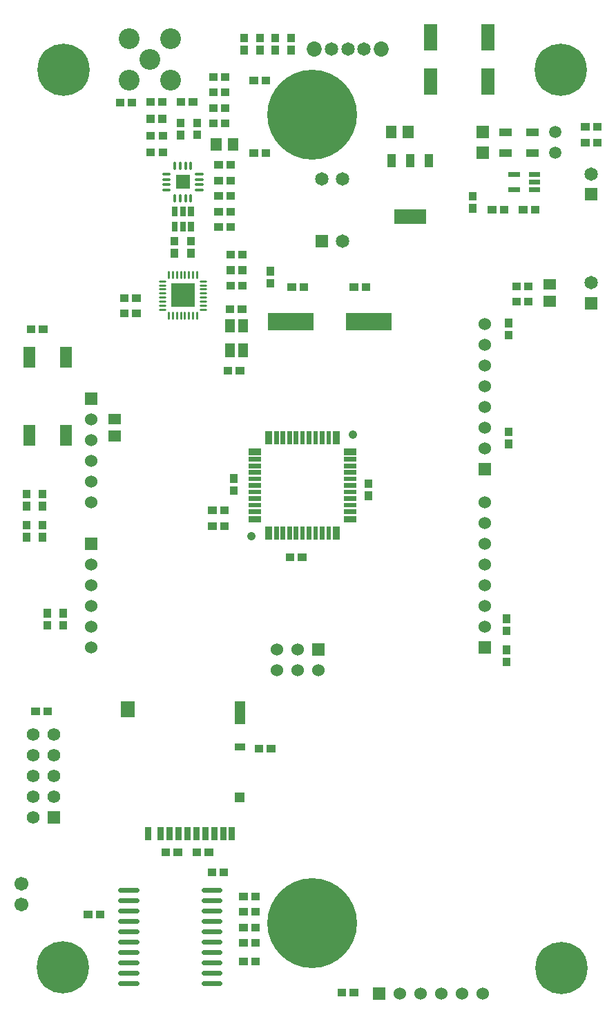
<source format=gts>
G04 CAM350 V10.0 (Build 275) Date:  Sat Sep 14 14:12:12 2013 *
G04 Database: (Untitled) *
G04 Layer 6: SABOTEN-MT.PHO *
%FSLAX25Y25*%
%MOIN*%
%SFA1.000B1.000*%

%MIA0B0*%
%IPPOS*%
%ADD13C,0.01181*%
%ADD16C,0.02362*%
%ADD25R,0.06000X0.06000*%
%ADD26C,0.06000*%
%ADD27C,0.00984*%
%ADD28R,0.11811X0.11811*%
%ADD73R,0.04728X0.04728*%
%ADD33R,0.06299X0.06299*%
%ADD41R,0.06496X0.06496*%
%ADD42C,0.06496*%
%ADD45R,0.03700X0.03700*%
%ADD46R,0.05200X0.05200*%
%ADD48C,0.06700*%
%ADD51R,0.08200X0.08200*%
%ADD53C,0.25200*%
%ADD60R,0.05906X0.05906*%
%ADD61C,0.05906*%
%ADD74C,0.10043*%
%ADD75C,0.06200*%
%ADD76R,0.06499X0.06499*%
%ADD77C,0.06499*%
%ADD78C,0.07287*%
%ADD82R,0.02362X0.02362*%
%ADD86R,0.06693X0.06693*%
%ADD87C,0.43307*%
%ADD90R,0.04200X0.04200*%
%ADD91R,0.07200X0.07200*%
%ADD92R,0.05712X0.05712*%
%ADD93R,0.03543X0.03543*%
%ADD100R,0.06200X0.06200*%
%ADD101R,0.03200X0.03200*%
%ADD102R,0.02200X0.02200*%
%ADD103C,0.04200*%
%ADD104R,0.02956X0.02956*%
%ADD105R,0.03350X0.03350*%
%ADD106R,0.04924X0.04924*%
%ADD107R,0.02700X0.02700*%
%LNSABOTEN-MT.PHO*%
%LPD*%
G54D25*
X180408Y184734D03*
X70608Y305734D03*
X260608Y271734D03*
X70608Y235734D03*
X260608Y185734D03*
X209608Y18734D03*
G54D26*
X180408Y174734D03*
X170408Y184734D03*
Y174734D03*
X160408Y184734D03*
Y174734D03*
X70608Y295734D03*
Y285734D03*
Y275734D03*
Y265734D03*
Y255734D03*
X260608Y281734D03*
Y291734D03*
Y301734D03*
Y311734D03*
Y321734D03*
Y331734D03*
Y341734D03*
X70608Y225734D03*
Y215734D03*
Y205734D03*
Y195734D03*
Y185734D03*
X260608Y195734D03*
Y205734D03*
Y215734D03*
Y225734D03*
Y235734D03*
Y245734D03*
Y255734D03*
X219608Y18734D03*
X229608D03*
X239608D03*
X249608D03*
X259608D03*
G54D28*
X114853Y355547D03*
G54D41*
X312108Y351734D03*
Y404234D03*
X182108Y381734D03*
G54D42*
X312108Y361577D03*
Y414077D03*
X192108Y381734D03*
Y411734D03*
X182108D03*
G54D48*
X37108Y71734D03*
Y61734D03*
G54D53*
X297508Y31134D03*
X57108Y31234D03*
X57208Y464334D03*
X297408Y464434D03*
G54D60*
X259588Y424234D03*
Y434234D03*
G54D61*
X294628Y424234D03*
Y434234D03*
G54D74*
X99153Y469147D03*
X89153Y459147D03*
X109153D03*
X89153Y479147D03*
X109153D03*
G54D75*
X42608Y103734D03*
X52608Y113734D03*
X42608D03*
X52608Y123734D03*
X42608D03*
X52608Y133734D03*
X42608D03*
X52608Y143734D03*
X42608D03*
G54D77*
X186734Y474234D03*
X194608D03*
X202482D03*
G54D78*
X210750D03*
X178466D03*
G54D86*
X114953Y410147D03*
G54D87*
X177408Y442634D03*
X177308Y52734D03*
G54D100*
X52608Y103734D03*
G54D103*
X197108Y288234D03*
X148108Y239234D03*
G54D106*
X142497Y113364D03*
G54D13*
X118791Y419399D02*
G01Y416643D01*
X116232Y419399D02*
G01Y416643D01*
X113673Y419399D02*
G01Y416643D01*
X111114Y419399D02*
G01Y416643D01*
X105701Y413986D02*
G01X108457D01*
X105701Y411427D02*
G01X108457D01*
X105701Y408868D02*
G01X108457D01*
X105701Y406308D02*
G01X108457D01*
X111114Y403651D02*
G01Y400895D01*
X113673Y403651D02*
G01Y400895D01*
X116232Y403651D02*
G01Y400895D01*
X118791Y403651D02*
G01Y400895D01*
X121449Y406308D02*
G01X124205D01*
X121449Y408868D02*
G01X124205D01*
X121449Y411427D02*
G01X124205D01*
X121449Y413986D02*
G01X124205D01*
G54D16*
X84792Y68734D02*
G01X92666D01*
X84792Y63734D02*
G01X92666D01*
X84792Y58734D02*
G01X92666D01*
X84792Y53734D02*
G01X92666D01*
X84792Y48734D02*
G01X92666D01*
X84792Y43734D02*
G01X92666D01*
X84792Y38734D02*
G01X92666D01*
X84792Y33734D02*
G01X92666D01*
X84792Y28734D02*
G01X92666D01*
X84792Y23734D02*
G01X92666D01*
X124950D02*
G01X132824D01*
X124950Y28734D02*
G01X132824D01*
X124950Y33734D02*
G01X132824D01*
X124950Y38734D02*
G01X132824D01*
X124950Y43734D02*
G01X132824D01*
X124950Y48734D02*
G01X132824D01*
X124950Y53734D02*
G01X132824D01*
X124950Y58734D02*
G01X132824D01*
X124950Y63734D02*
G01X132824D01*
X124950Y68734D02*
G01X132824D01*
G54D27*
X121743Y366866D02*
G01Y363913D01*
X119774Y366866D02*
G01Y363913D01*
X117806Y366866D02*
G01Y363913D01*
X115837Y366866D02*
G01Y363913D01*
X113869Y366866D02*
G01Y363913D01*
X111900Y366866D02*
G01Y363913D01*
X109932Y366866D02*
G01Y363913D01*
X107963Y366866D02*
G01Y363913D01*
X103534Y362437D02*
G01X106486D01*
X103534Y360468D02*
G01X106486D01*
X103534Y358500D02*
G01X106486D01*
X103534Y356531D02*
G01X106486D01*
X103534Y354563D02*
G01X106486D01*
X103534Y352594D02*
G01X106486D01*
X103534Y350626D02*
G01X106486D01*
X103534Y348657D02*
G01X106486D01*
X107963Y347181D02*
G01Y344228D01*
X109932Y347181D02*
G01Y344228D01*
X111900Y347181D02*
G01Y344228D01*
X113869Y347181D02*
G01Y344228D01*
X115837Y347181D02*
G01Y344228D01*
X117806Y347181D02*
G01Y344228D01*
X119774Y347181D02*
G01Y344228D01*
X121743Y347181D02*
G01Y344228D01*
X123219Y348657D02*
G01X126172D01*
X123219Y350626D02*
G01X126172D01*
X123219Y352594D02*
G01X126172D01*
X123219Y354563D02*
G01X126172D01*
X123219Y356531D02*
G01X126172D01*
X123219Y358500D02*
G01X126172D01*
X123219Y360468D02*
G01X126172D01*
X123219Y362437D02*
G01X126172D01*
G54D33*
X234608Y483014D02*
G01Y476715D01*
Y461754D02*
G01Y455455D01*
X262108Y483014D02*
G01Y476715D01*
Y461754D02*
G01Y455455D01*
G54D45*
X139608Y267334D02*
G01Y266934D01*
Y261534D02*
G01Y261134D01*
X113853Y448747D02*
G01X114253D01*
X119653D02*
G01X120053D01*
X204608Y258634D02*
G01Y259034D01*
Y264434D02*
G01Y264834D01*
X90653Y448447D02*
G01X90253D01*
X84853D02*
G01X84453D01*
X137753Y360147D02*
G01X138153D01*
X143553D02*
G01X143953D01*
X144008Y58034D02*
G01X144408D01*
X149808D02*
G01X150208D01*
X128708Y77234D02*
G01X129108D01*
X134508D02*
G01X134908D01*
X137508Y348734D02*
G01X137908D01*
X143308D02*
G01X143708D01*
X142708Y319234D02*
G01X142308D01*
X136908D02*
G01X136508D01*
X92708Y346734D02*
G01X92308D01*
X86908D02*
G01X86508D01*
X92708Y354234D02*
G01X92308D01*
X86908D02*
G01X86508D01*
X137753Y375147D02*
G01X138153D01*
X143553D02*
G01X143953D01*
X157108Y367334D02*
G01Y366934D01*
Y361534D02*
G01Y361134D01*
X131953Y388447D02*
G01X132353D01*
X137753D02*
G01X138153D01*
X131953Y418447D02*
G01X132353D01*
X137753D02*
G01X138153D01*
X129453Y453447D02*
G01X129853D01*
X135253D02*
G01X135653D01*
X129453Y460947D02*
G01X129853D01*
X135253D02*
G01X135653D01*
X129453Y445947D02*
G01X129853D01*
X135253D02*
G01X135653D01*
X131953Y410947D02*
G01X132353D01*
X137753D02*
G01X138153D01*
X129453Y438447D02*
G01X129853D01*
X135253D02*
G01X135653D01*
X270208Y396734D02*
G01X269808D01*
X264408D02*
G01X264008D01*
X159608Y479834D02*
G01Y479434D01*
Y474034D02*
G01Y473634D01*
X152108Y479834D02*
G01Y479434D01*
Y474034D02*
G01Y473634D01*
X143953Y367647D02*
G01X143553D01*
X138153D02*
G01X137753D01*
X105253Y448747D02*
G01X104853D01*
X99453D02*
G01X99053D01*
X254908Y403434D02*
G01Y403034D01*
Y397634D02*
G01Y397234D01*
X285208Y396734D02*
G01X284808D01*
X279408D02*
G01X279008D01*
X275708Y352434D02*
G01X276108D01*
X281508D02*
G01X281908D01*
Y359934D02*
G01X281508D01*
X276108D02*
G01X275708D01*
X47708Y339234D02*
G01X47308D01*
X41908D02*
G01X41508D01*
X309008Y436734D02*
G01X309408D01*
X314808D02*
G01X315208D01*
X144008Y65534D02*
G01X144408D01*
X149808D02*
G01X150208D01*
Y50534D02*
G01X149808D01*
X144408D02*
G01X144008D01*
X150208Y43034D02*
G01X149808D01*
X144408D02*
G01X144008D01*
X69008Y56734D02*
G01X69408D01*
X74808D02*
G01X75208D01*
X315208Y429234D02*
G01X314808D01*
X309408D02*
G01X309008D01*
X272108Y283634D02*
G01Y284034D01*
Y289434D02*
G01Y289834D01*
X167108Y479834D02*
G01Y479434D01*
Y474034D02*
G01Y473634D01*
X144608Y479834D02*
G01Y479434D01*
Y474034D02*
G01Y473634D01*
X271108Y178434D02*
G01Y178834D01*
Y184234D02*
G01Y184634D01*
Y193434D02*
G01Y193834D01*
Y199234D02*
G01Y199634D01*
X129008Y244234D02*
G01X129408D01*
X134808D02*
G01X135208D01*
X129008Y251734D02*
G01X129408D01*
X134808D02*
G01X135208D01*
X191508Y19234D02*
G01X191908D01*
X197308D02*
G01X197708D01*
X166508Y229234D02*
G01X166908D01*
X172308D02*
G01X172708D01*
X203508Y359334D02*
G01X203108D01*
X197708D02*
G01X197308D01*
X167308D02*
G01X167708D01*
X173108D02*
G01X173508D01*
X49808Y154834D02*
G01X49408D01*
X44008D02*
G01X43608D01*
X121508Y86734D02*
G01X121908D01*
X127308D02*
G01X127708D01*
X39608Y253634D02*
G01Y254034D01*
Y259434D02*
G01Y259834D01*
X47108Y253634D02*
G01Y254034D01*
Y259434D02*
G01Y259834D01*
X39608Y244834D02*
G01Y244434D01*
Y239034D02*
G01Y238634D01*
X47108Y244834D02*
G01Y244434D01*
Y239034D02*
G01Y238634D01*
X49608Y202334D02*
G01Y201934D01*
Y196534D02*
G01Y196134D01*
X57108Y202334D02*
G01Y201934D01*
Y196534D02*
G01Y196134D01*
X151508Y136734D02*
G01X151908D01*
X157308D02*
G01X157708D01*
X272108Y342334D02*
G01Y341934D01*
Y336534D02*
G01Y336134D01*
X113753Y432647D02*
G01Y433047D01*
Y438447D02*
G01Y438847D01*
X99253Y424347D02*
G01X99653D01*
X105053D02*
G01X105453D01*
Y432347D02*
G01X105053D01*
X99653D02*
G01X99253D01*
X118753Y375647D02*
G01Y376047D01*
Y381447D02*
G01Y381847D01*
X110853Y375647D02*
G01Y376047D01*
Y381447D02*
G01Y381847D01*
X121753Y432747D02*
G01Y433147D01*
Y438547D02*
G01Y438947D01*
X131953Y395947D02*
G01X132353D01*
X137753D02*
G01X138153D01*
X99053Y440647D02*
G01X99453D01*
X104853D02*
G01X105253D01*
X112708Y86734D02*
G01X112308D01*
X106908D02*
G01X106508D01*
X149008Y459234D02*
G01X149408D01*
X154808D02*
G01X155208D01*
X149008Y424234D02*
G01X149408D01*
X154808D02*
G01X155208D01*
X131953Y403447D02*
G01X132353D01*
X137753D02*
G01X138153D01*
X144008Y34234D02*
G01X144408D01*
X149808D02*
G01X150208D01*
G54D46*
X291708Y360834D02*
G01X292508D01*
X291708Y352634D02*
G01X292508D01*
X81708Y295834D02*
G01X82508D01*
X81708Y287634D02*
G01X82508D01*
X130953Y428047D02*
G01Y428847D01*
X139153Y428047D02*
G01Y428847D01*
X215508Y433834D02*
G01Y434634D01*
X223708Y433834D02*
G01Y434634D01*
G54D51*
X160258Y342834D02*
G01X173958D01*
X197858D02*
G01X211558D01*
G54D73*
X137608Y341620D02*
G01Y339849D01*
Y329809D02*
G01Y328038D01*
X143907Y329809D02*
G01Y328038D01*
Y341620D02*
G01Y339849D01*
G54D76*
X88363Y156474D02*
G01Y155293D01*
G54D82*
X286204Y406394D02*
G01X283054D01*
X286204Y410134D02*
G01X283054D01*
X286204Y413875D02*
G01X283054D01*
X276362D02*
G01X273212D01*
X276362Y406394D02*
G01X273212D01*
G54D90*
X233608Y421434D02*
G01Y419434D01*
X224608Y421434D02*
G01Y419434D01*
X215608Y421434D02*
G01Y419434D01*
G54D91*
X228608Y393434D02*
G01X220608D01*
G54D92*
X58466Y285671D02*
G01Y290002D01*
Y323467D02*
G01Y327797D01*
X40750Y323467D02*
G01Y327797D01*
Y285671D02*
G01Y290002D01*
G54D93*
X269431Y424234D02*
G01X271793D01*
X282423D02*
G01X284785D01*
X269431Y434234D02*
G01X271793D01*
X282423D02*
G01X284785D01*
G54D101*
X188908Y288234D02*
G01Y285234D01*
X156408Y288234D02*
G01Y285234D01*
X151108Y280034D02*
G01X148108D01*
X151108Y247534D02*
G01X148108D01*
X156408Y242234D02*
G01Y239234D01*
X188908Y242234D02*
G01Y239234D01*
X197108Y247534D02*
G01X194108D01*
X197108Y280034D02*
G01X194108D01*
G54D102*
X185308Y288734D02*
G01Y284734D01*
X182108Y288734D02*
G01Y284734D01*
X179008Y288734D02*
G01Y284734D01*
X175808Y288734D02*
G01Y284734D01*
X172708Y288734D02*
G01Y284734D01*
X169508Y288734D02*
G01Y284734D01*
X166408Y288734D02*
G01Y284734D01*
X163208Y288734D02*
G01Y284734D01*
X160108Y288734D02*
G01Y284734D01*
X151608Y276434D02*
G01X147608D01*
X151608Y273234D02*
G01X147608D01*
X151608Y270134D02*
G01X147608D01*
X151608Y266934D02*
G01X147608D01*
X151608Y263834D02*
G01X147608D01*
X151608Y260634D02*
G01X147608D01*
X151608Y257534D02*
G01X147608D01*
X151608Y254334D02*
G01X147608D01*
X151608Y251234D02*
G01X147608D01*
X160108Y242734D02*
G01Y238734D01*
X163208Y242734D02*
G01Y238734D01*
X166408Y242734D02*
G01Y238734D01*
X169508Y242734D02*
G01Y238734D01*
X172708Y242734D02*
G01Y238734D01*
X175808Y242734D02*
G01Y238734D01*
X179008Y242734D02*
G01Y238734D01*
X182108Y242734D02*
G01Y238734D01*
X185308Y242734D02*
G01Y238734D01*
X197608Y251234D02*
G01X193608D01*
X197608Y254334D02*
G01X193608D01*
X197608Y257534D02*
G01X193608D01*
X197608Y260634D02*
G01X193608D01*
X197608Y263834D02*
G01X193608D01*
X197608Y266934D02*
G01X193608D01*
X197608Y270134D02*
G01X193608D01*
X197608Y273234D02*
G01X193608D01*
X197608Y276434D02*
G01X193608D01*
G54D104*
X104308Y97419D02*
G01Y94269D01*
X108639Y97419D02*
G01Y94269D01*
X112969Y97419D02*
G01Y94269D01*
X117300Y97419D02*
G01Y94269D01*
X121631Y97419D02*
G01Y94269D01*
X125962Y97419D02*
G01Y94269D01*
X130292Y97419D02*
G01Y94269D01*
X134623Y97419D02*
G01Y94269D01*
X138363Y97419D02*
G01Y94269D01*
X98206Y97419D02*
G01Y94269D01*
G54D105*
X143284Y137773D02*
G01X141710D01*
G54D106*
X142497Y157261D02*
G01Y150962D01*
G54D107*
X118853Y394847D02*
G01Y396847D01*
X114953Y394847D02*
G01Y396847D01*
X111053Y394847D02*
G01Y396847D01*
Y387547D02*
G01Y389547D01*
X114953Y387547D02*
G01Y389547D01*
X118853Y387547D02*
G01Y389547D01*
M02*

</source>
